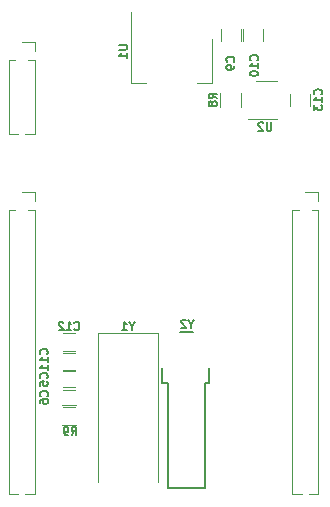
<source format=gbr>
G04 #@! TF.FileFunction,Legend,Bot*
%FSLAX46Y46*%
G04 Gerber Fmt 4.6, Leading zero omitted, Abs format (unit mm)*
G04 Created by KiCad (PCBNEW 4.0.7) date 07/20/18 15:04:26*
%MOMM*%
%LPD*%
G01*
G04 APERTURE LIST*
%ADD10C,0.100000*%
%ADD11C,0.120000*%
%ADD12C,0.150000*%
G04 APERTURE END LIST*
D10*
D11*
X100500000Y-128650000D02*
X101500000Y-128650000D01*
X101500000Y-130350000D02*
X100500000Y-130350000D01*
X100509843Y-130150000D02*
X101509843Y-130150000D01*
X101509843Y-131850000D02*
X100509843Y-131850000D01*
X115550000Y-99800000D02*
X115550000Y-100800000D01*
X113850000Y-100800000D02*
X113850000Y-99800000D01*
X117450000Y-99800000D02*
X117450000Y-100800000D01*
X115750000Y-100800000D02*
X115750000Y-99800000D01*
X100500000Y-127050000D02*
X101500000Y-127050000D01*
X101500000Y-128750000D02*
X100500000Y-128750000D01*
X100500000Y-125550000D02*
X101500000Y-125550000D01*
X101500000Y-127250000D02*
X100500000Y-127250000D01*
X121450000Y-105300000D02*
X121450000Y-106300000D01*
X119750000Y-106300000D02*
X119750000Y-105300000D01*
X115580000Y-106400000D02*
X115580000Y-105200000D01*
X113820000Y-105200000D02*
X113820000Y-106400000D01*
X101600000Y-131620000D02*
X100400000Y-131620000D01*
X100400000Y-133380000D02*
X101600000Y-133380000D01*
X116800000Y-104190000D02*
X118600000Y-104190000D01*
X118600000Y-107410000D02*
X116150000Y-107410000D01*
X103450000Y-138150000D02*
X103450000Y-125550000D01*
X103450000Y-125550000D02*
X108550000Y-125550000D01*
X108550000Y-125550000D02*
X108550000Y-138150000D01*
D12*
X111500000Y-125500000D02*
X110400000Y-125500000D01*
X108900000Y-129800000D02*
X108900000Y-128500000D01*
X109000000Y-129800000D02*
X108900000Y-129800000D01*
X109400000Y-129800000D02*
X109000000Y-129800000D01*
X109400000Y-138650000D02*
X109400000Y-129800000D01*
X112500000Y-138650000D02*
X109400000Y-138650000D01*
X112500000Y-129800000D02*
X112500000Y-138650000D01*
X112900000Y-129800000D02*
X112500000Y-129800000D01*
X112900000Y-128500000D02*
X112900000Y-129800000D01*
D11*
X113110000Y-104410000D02*
X111850000Y-104410000D01*
X106290000Y-104410000D02*
X107550000Y-104410000D01*
X113110000Y-100650000D02*
X113110000Y-104410000D01*
X106290000Y-98400000D02*
X106290000Y-104410000D01*
X98110000Y-108725000D02*
X97307530Y-108725000D01*
X96692470Y-108725000D02*
X95890000Y-108725000D01*
X98110000Y-102440000D02*
X98110000Y-108725000D01*
X95890000Y-102440000D02*
X95890000Y-108725000D01*
X98110000Y-102440000D02*
X97563471Y-102440000D01*
X96436529Y-102440000D02*
X95890000Y-102440000D01*
X98110000Y-101680000D02*
X98110000Y-100920000D01*
X98110000Y-100920000D02*
X97000000Y-100920000D01*
X98110000Y-139205000D02*
X97307530Y-139205000D01*
X96692470Y-139205000D02*
X95890000Y-139205000D01*
X98110000Y-115140000D02*
X98110000Y-139205000D01*
X95890000Y-115140000D02*
X95890000Y-139205000D01*
X98110000Y-115140000D02*
X97563471Y-115140000D01*
X96436529Y-115140000D02*
X95890000Y-115140000D01*
X98110000Y-114380000D02*
X98110000Y-113620000D01*
X98110000Y-113620000D02*
X97000000Y-113620000D01*
X122110000Y-139205000D02*
X121307530Y-139205000D01*
X120692470Y-139205000D02*
X119890000Y-139205000D01*
X122110000Y-115140000D02*
X122110000Y-139205000D01*
X119890000Y-115140000D02*
X119890000Y-139205000D01*
X122110000Y-115140000D02*
X121563471Y-115140000D01*
X120436529Y-115140000D02*
X119890000Y-115140000D01*
X122110000Y-114380000D02*
X122110000Y-113620000D01*
X122110000Y-113620000D02*
X121000000Y-113620000D01*
D12*
X99150000Y-129383334D02*
X99183333Y-129350000D01*
X99216667Y-129250000D01*
X99216667Y-129183334D01*
X99183333Y-129083334D01*
X99116667Y-129016667D01*
X99050000Y-128983334D01*
X98916667Y-128950000D01*
X98816667Y-128950000D01*
X98683333Y-128983334D01*
X98616667Y-129016667D01*
X98550000Y-129083334D01*
X98516667Y-129183334D01*
X98516667Y-129250000D01*
X98550000Y-129350000D01*
X98583333Y-129383334D01*
X98516667Y-130016667D02*
X98516667Y-129683334D01*
X98850000Y-129650000D01*
X98816667Y-129683334D01*
X98783333Y-129750000D01*
X98783333Y-129916667D01*
X98816667Y-129983334D01*
X98850000Y-130016667D01*
X98916667Y-130050000D01*
X99083333Y-130050000D01*
X99150000Y-130016667D01*
X99183333Y-129983334D01*
X99216667Y-129916667D01*
X99216667Y-129750000D01*
X99183333Y-129683334D01*
X99150000Y-129650000D01*
X99159843Y-130883334D02*
X99193176Y-130850000D01*
X99226510Y-130750000D01*
X99226510Y-130683334D01*
X99193176Y-130583334D01*
X99126510Y-130516667D01*
X99059843Y-130483334D01*
X98926510Y-130450000D01*
X98826510Y-130450000D01*
X98693176Y-130483334D01*
X98626510Y-130516667D01*
X98559843Y-130583334D01*
X98526510Y-130683334D01*
X98526510Y-130750000D01*
X98559843Y-130850000D01*
X98593176Y-130883334D01*
X98526510Y-131483334D02*
X98526510Y-131350000D01*
X98559843Y-131283334D01*
X98593176Y-131250000D01*
X98693176Y-131183334D01*
X98826510Y-131150000D01*
X99093176Y-131150000D01*
X99159843Y-131183334D01*
X99193176Y-131216667D01*
X99226510Y-131283334D01*
X99226510Y-131416667D01*
X99193176Y-131483334D01*
X99159843Y-131516667D01*
X99093176Y-131550000D01*
X98926510Y-131550000D01*
X98859843Y-131516667D01*
X98826510Y-131483334D01*
X98793176Y-131416667D01*
X98793176Y-131283334D01*
X98826510Y-131216667D01*
X98859843Y-131183334D01*
X98926510Y-131150000D01*
X114950000Y-102583334D02*
X114983333Y-102550000D01*
X115016667Y-102450000D01*
X115016667Y-102383334D01*
X114983333Y-102283334D01*
X114916667Y-102216667D01*
X114850000Y-102183334D01*
X114716667Y-102150000D01*
X114616667Y-102150000D01*
X114483333Y-102183334D01*
X114416667Y-102216667D01*
X114350000Y-102283334D01*
X114316667Y-102383334D01*
X114316667Y-102450000D01*
X114350000Y-102550000D01*
X114383333Y-102583334D01*
X115016667Y-102916667D02*
X115016667Y-103050000D01*
X114983333Y-103116667D01*
X114950000Y-103150000D01*
X114850000Y-103216667D01*
X114716667Y-103250000D01*
X114450000Y-103250000D01*
X114383333Y-103216667D01*
X114350000Y-103183334D01*
X114316667Y-103116667D01*
X114316667Y-102983334D01*
X114350000Y-102916667D01*
X114383333Y-102883334D01*
X114450000Y-102850000D01*
X114616667Y-102850000D01*
X114683333Y-102883334D01*
X114716667Y-102916667D01*
X114750000Y-102983334D01*
X114750000Y-103116667D01*
X114716667Y-103183334D01*
X114683333Y-103216667D01*
X114616667Y-103250000D01*
X116950000Y-102450000D02*
X116983333Y-102416666D01*
X117016667Y-102316666D01*
X117016667Y-102250000D01*
X116983333Y-102150000D01*
X116916667Y-102083333D01*
X116850000Y-102050000D01*
X116716667Y-102016666D01*
X116616667Y-102016666D01*
X116483333Y-102050000D01*
X116416667Y-102083333D01*
X116350000Y-102150000D01*
X116316667Y-102250000D01*
X116316667Y-102316666D01*
X116350000Y-102416666D01*
X116383333Y-102450000D01*
X117016667Y-103116666D02*
X117016667Y-102716666D01*
X117016667Y-102916666D02*
X116316667Y-102916666D01*
X116416667Y-102850000D01*
X116483333Y-102783333D01*
X116516667Y-102716666D01*
X116316667Y-103550000D02*
X116316667Y-103616667D01*
X116350000Y-103683333D01*
X116383333Y-103716667D01*
X116450000Y-103750000D01*
X116583333Y-103783333D01*
X116750000Y-103783333D01*
X116883333Y-103750000D01*
X116950000Y-103716667D01*
X116983333Y-103683333D01*
X117016667Y-103616667D01*
X117016667Y-103550000D01*
X116983333Y-103483333D01*
X116950000Y-103450000D01*
X116883333Y-103416667D01*
X116750000Y-103383333D01*
X116583333Y-103383333D01*
X116450000Y-103416667D01*
X116383333Y-103450000D01*
X116350000Y-103483333D01*
X116316667Y-103550000D01*
X99150000Y-127350000D02*
X99183333Y-127316666D01*
X99216667Y-127216666D01*
X99216667Y-127150000D01*
X99183333Y-127050000D01*
X99116667Y-126983333D01*
X99050000Y-126950000D01*
X98916667Y-126916666D01*
X98816667Y-126916666D01*
X98683333Y-126950000D01*
X98616667Y-126983333D01*
X98550000Y-127050000D01*
X98516667Y-127150000D01*
X98516667Y-127216666D01*
X98550000Y-127316666D01*
X98583333Y-127350000D01*
X99216667Y-128016666D02*
X99216667Y-127616666D01*
X99216667Y-127816666D02*
X98516667Y-127816666D01*
X98616667Y-127750000D01*
X98683333Y-127683333D01*
X98716667Y-127616666D01*
X99216667Y-128683333D02*
X99216667Y-128283333D01*
X99216667Y-128483333D02*
X98516667Y-128483333D01*
X98616667Y-128416667D01*
X98683333Y-128350000D01*
X98716667Y-128283333D01*
X101450000Y-125250000D02*
X101483334Y-125283333D01*
X101583334Y-125316667D01*
X101650000Y-125316667D01*
X101750000Y-125283333D01*
X101816667Y-125216667D01*
X101850000Y-125150000D01*
X101883334Y-125016667D01*
X101883334Y-124916667D01*
X101850000Y-124783333D01*
X101816667Y-124716667D01*
X101750000Y-124650000D01*
X101650000Y-124616667D01*
X101583334Y-124616667D01*
X101483334Y-124650000D01*
X101450000Y-124683333D01*
X100783334Y-125316667D02*
X101183334Y-125316667D01*
X100983334Y-125316667D02*
X100983334Y-124616667D01*
X101050000Y-124716667D01*
X101116667Y-124783333D01*
X101183334Y-124816667D01*
X100516667Y-124683333D02*
X100483333Y-124650000D01*
X100416667Y-124616667D01*
X100250000Y-124616667D01*
X100183333Y-124650000D01*
X100150000Y-124683333D01*
X100116667Y-124750000D01*
X100116667Y-124816667D01*
X100150000Y-124916667D01*
X100550000Y-125316667D01*
X100116667Y-125316667D01*
X122350000Y-105350000D02*
X122383333Y-105316666D01*
X122416667Y-105216666D01*
X122416667Y-105150000D01*
X122383333Y-105050000D01*
X122316667Y-104983333D01*
X122250000Y-104950000D01*
X122116667Y-104916666D01*
X122016667Y-104916666D01*
X121883333Y-104950000D01*
X121816667Y-104983333D01*
X121750000Y-105050000D01*
X121716667Y-105150000D01*
X121716667Y-105216666D01*
X121750000Y-105316666D01*
X121783333Y-105350000D01*
X122416667Y-106016666D02*
X122416667Y-105616666D01*
X122416667Y-105816666D02*
X121716667Y-105816666D01*
X121816667Y-105750000D01*
X121883333Y-105683333D01*
X121916667Y-105616666D01*
X121716667Y-106250000D02*
X121716667Y-106683333D01*
X121983333Y-106450000D01*
X121983333Y-106550000D01*
X122016667Y-106616667D01*
X122050000Y-106650000D01*
X122116667Y-106683333D01*
X122283333Y-106683333D01*
X122350000Y-106650000D01*
X122383333Y-106616667D01*
X122416667Y-106550000D01*
X122416667Y-106350000D01*
X122383333Y-106283333D01*
X122350000Y-106250000D01*
X113516667Y-105683334D02*
X113183333Y-105450000D01*
X113516667Y-105283334D02*
X112816667Y-105283334D01*
X112816667Y-105550000D01*
X112850000Y-105616667D01*
X112883333Y-105650000D01*
X112950000Y-105683334D01*
X113050000Y-105683334D01*
X113116667Y-105650000D01*
X113150000Y-105616667D01*
X113183333Y-105550000D01*
X113183333Y-105283334D01*
X113116667Y-106083334D02*
X113083333Y-106016667D01*
X113050000Y-105983334D01*
X112983333Y-105950000D01*
X112950000Y-105950000D01*
X112883333Y-105983334D01*
X112850000Y-106016667D01*
X112816667Y-106083334D01*
X112816667Y-106216667D01*
X112850000Y-106283334D01*
X112883333Y-106316667D01*
X112950000Y-106350000D01*
X112983333Y-106350000D01*
X113050000Y-106316667D01*
X113083333Y-106283334D01*
X113116667Y-106216667D01*
X113116667Y-106083334D01*
X113150000Y-106016667D01*
X113183333Y-105983334D01*
X113250000Y-105950000D01*
X113383333Y-105950000D01*
X113450000Y-105983334D01*
X113483333Y-106016667D01*
X113516667Y-106083334D01*
X113516667Y-106216667D01*
X113483333Y-106283334D01*
X113450000Y-106316667D01*
X113383333Y-106350000D01*
X113250000Y-106350000D01*
X113183333Y-106316667D01*
X113150000Y-106283334D01*
X113116667Y-106216667D01*
X101216666Y-134216667D02*
X101450000Y-133883333D01*
X101616666Y-134216667D02*
X101616666Y-133516667D01*
X101350000Y-133516667D01*
X101283333Y-133550000D01*
X101250000Y-133583333D01*
X101216666Y-133650000D01*
X101216666Y-133750000D01*
X101250000Y-133816667D01*
X101283333Y-133850000D01*
X101350000Y-133883333D01*
X101616666Y-133883333D01*
X100883333Y-134216667D02*
X100750000Y-134216667D01*
X100683333Y-134183333D01*
X100650000Y-134150000D01*
X100583333Y-134050000D01*
X100550000Y-133916667D01*
X100550000Y-133650000D01*
X100583333Y-133583333D01*
X100616666Y-133550000D01*
X100683333Y-133516667D01*
X100816666Y-133516667D01*
X100883333Y-133550000D01*
X100916666Y-133583333D01*
X100950000Y-133650000D01*
X100950000Y-133816667D01*
X100916666Y-133883333D01*
X100883333Y-133916667D01*
X100816666Y-133950000D01*
X100683333Y-133950000D01*
X100616666Y-133916667D01*
X100583333Y-133883333D01*
X100550000Y-133816667D01*
X118133333Y-107716667D02*
X118133333Y-108283333D01*
X118100000Y-108350000D01*
X118066667Y-108383333D01*
X118000000Y-108416667D01*
X117866667Y-108416667D01*
X117800000Y-108383333D01*
X117766667Y-108350000D01*
X117733333Y-108283333D01*
X117733333Y-107716667D01*
X117433334Y-107783333D02*
X117400000Y-107750000D01*
X117333334Y-107716667D01*
X117166667Y-107716667D01*
X117100000Y-107750000D01*
X117066667Y-107783333D01*
X117033334Y-107850000D01*
X117033334Y-107916667D01*
X117066667Y-108016667D01*
X117466667Y-108416667D01*
X117033334Y-108416667D01*
X106333333Y-124983333D02*
X106333333Y-125316667D01*
X106566666Y-124616667D02*
X106333333Y-124983333D01*
X106100000Y-124616667D01*
X105500000Y-125316667D02*
X105900000Y-125316667D01*
X105700000Y-125316667D02*
X105700000Y-124616667D01*
X105766666Y-124716667D01*
X105833333Y-124783333D01*
X105900000Y-124816667D01*
X111333333Y-124783333D02*
X111333333Y-125116667D01*
X111566666Y-124416667D02*
X111333333Y-124783333D01*
X111100000Y-124416667D01*
X110900000Y-124483333D02*
X110866666Y-124450000D01*
X110800000Y-124416667D01*
X110633333Y-124416667D01*
X110566666Y-124450000D01*
X110533333Y-124483333D01*
X110500000Y-124550000D01*
X110500000Y-124616667D01*
X110533333Y-124716667D01*
X110933333Y-125116667D01*
X110500000Y-125116667D01*
X105216667Y-101166667D02*
X105783333Y-101166667D01*
X105850000Y-101200000D01*
X105883333Y-101233333D01*
X105916667Y-101300000D01*
X105916667Y-101433333D01*
X105883333Y-101500000D01*
X105850000Y-101533333D01*
X105783333Y-101566667D01*
X105216667Y-101566667D01*
X105916667Y-102266666D02*
X105916667Y-101866666D01*
X105916667Y-102066666D02*
X105216667Y-102066666D01*
X105316667Y-102000000D01*
X105383333Y-101933333D01*
X105416667Y-101866666D01*
M02*

</source>
